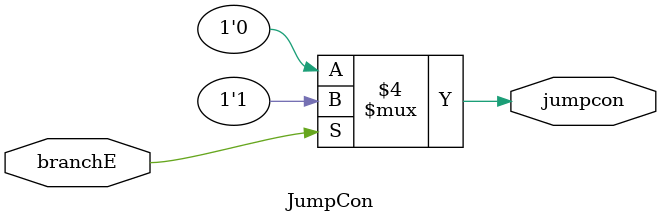
<source format=v>
`timescale 1ns / 1ps


module JumpCon(
    input branchE,
    output reg jumpcon
    );
    initial begin
        jumpcon<=0;
    end
    always@(*)begin
       if(branchE)
            jumpcon<=1;
       else 
            jumpcon<=0;
       
    end
endmodule

</source>
